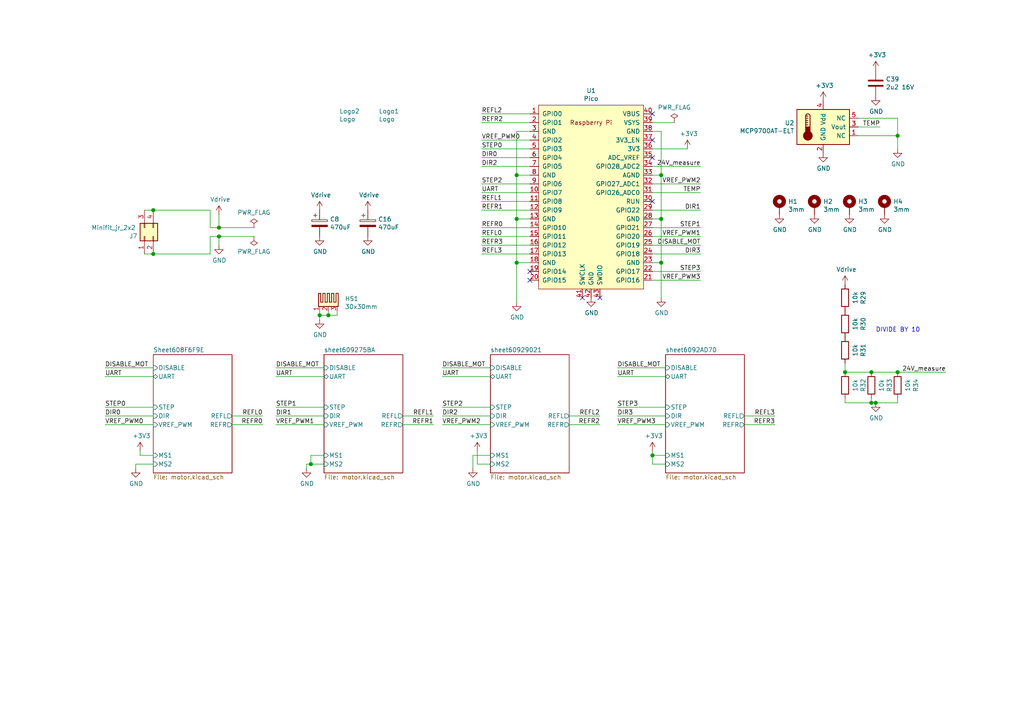
<source format=kicad_sch>
(kicad_sch (version 20210406) (generator eeschema)
  (paper "A4")
  (lib_symbols
    (symbol "Connector_Generic:Conn_02x02_Top_Bottom" (pin_names (offset 1.016) hide)
      (property "Reference" "J" (at 1.27 2.54 0))
      (property "Value" "Conn_02x02_Top_Bottom" (at 1.27 -5.08 0))
      (symbol "Conn_02x02_Top_Bottom_1_1"
        (rectangle (start -1.27 -2.413) (end 0 -2.667) (stroke (width 0.1524)))
        (rectangle (start -1.27 0.127) (end 0 -0.127) (stroke (width 0.1524)))
        (rectangle (start 3.81 -2.413) (end 2.54 -2.667) (stroke (width 0.1524)))
        (rectangle (start 3.81 0.127) (end 2.54 -0.127) (stroke (width 0.1524)))
        (rectangle (start -1.27 1.27) (end 3.81 -3.81) (stroke (width 0.254)) (fill (type background)))
        (pin passive line (at -5.08 0 0) (length 3.81) (name "Pin_1") (number "1"))
        (pin passive line (at -5.08 -2.54 0) (length 3.81) (name "Pin_2") (number "2"))
        (pin passive line (at 7.62 0 180) (length 3.81) (name "Pin_3") (number "3"))
        (pin passive line (at 7.62 -2.54 180) (length 3.81) (name "Pin_4") (number "4"))
      )
    )
    (symbol "Device:C" (pin_numbers hide) (pin_names (offset 0.254))
      (property "Reference" "C" (at 0.635 2.54 0))
      (property "Value" "C" (at 0.635 -2.54 0))
      (symbol "C_0_1"
        (polyline (pts (xy -2.032 -0.762) (xy 2.032 -0.762)) (stroke (width 0.508)))
        (polyline (pts (xy -2.032 0.762) (xy 2.032 0.762)) (stroke (width 0.508)))
      )
      (symbol "C_1_1"
        (pin passive line (at 0 3.81 270) (length 2.794) (name "~") (number "1"))
        (pin passive line (at 0 -3.81 90) (length 2.794) (name "~") (number "2"))
      )
    )
    (symbol "Device:CP" (pin_numbers hide) (pin_names (offset 0.254))
      (property "Reference" "C" (at 0.635 2.54 0))
      (property "Value" "CP" (at 0.635 -2.54 0))
      (symbol "CP_0_1"
        (rectangle (start -2.286 0.508) (end 2.286 1.016))
        (rectangle (start 2.286 -0.508) (end -2.286 -1.016) (fill (type outline)))
        (polyline (pts (xy -1.778 2.286) (xy -0.762 2.286)))
        (polyline (pts (xy -1.27 2.794) (xy -1.27 1.778)))
      )
      (symbol "CP_1_1"
        (pin passive line (at 0 3.81 270) (length 2.794) (name "~") (number "1"))
        (pin passive line (at 0 -3.81 90) (length 2.794) (name "~") (number "2"))
      )
    )
    (symbol "Device:R" (pin_numbers hide) (pin_names (offset 0))
      (property "Reference" "R" (at 2.032 0 90))
      (property "Value" "R" (at 0 0 90))
      (symbol "R_0_1"
        (rectangle (start -1.016 -2.54) (end 1.016 2.54) (stroke (width 0.254)))
      )
      (symbol "R_1_1"
        (pin passive line (at 0 3.81 270) (length 1.27) (name "~") (number "1"))
        (pin passive line (at 0 -3.81 90) (length 1.27) (name "~") (number "2"))
      )
    )
    (symbol "MCU_RaspberryPi_and_Boards:Pico" (pin_names (offset 1.016))
      (property "Reference" "U" (at -13.97 27.94 0))
      (property "Value" "Pico" (at 0 19.05 0))
      (symbol "Pico_0_0"
        (text "Raspberry Pi" (at 0 21.59 0) (effects (font (size 1.27 1.27))))
      )
      (symbol "Pico_0_1"
        (rectangle (start -15.24 26.67) (end 15.24 -26.67) (fill (type background)))
      )
      (symbol "Pico_1_1"
        (pin bidirectional line (at -17.78 24.13 0) (length 2.54) (name "GPIO0") (number "1"))
        (pin bidirectional line (at -17.78 1.27 0) (length 2.54) (name "GPIO7") (number "10"))
        (pin bidirectional line (at -17.78 -1.27 0) (length 2.54) (name "GPIO8") (number "11"))
        (pin bidirectional line (at -17.78 -3.81 0) (length 2.54) (name "GPIO9") (number "12"))
        (pin power_in line (at -17.78 -6.35 0) (length 2.54) (name "GND") (number "13"))
        (pin bidirectional line (at -17.78 -8.89 0) (length 2.54) (name "GPIO10") (number "14"))
        (pin bidirectional line (at -17.78 -11.43 0) (length 2.54) (name "GPIO11") (number "15"))
        (pin bidirectional line (at -17.78 -13.97 0) (length 2.54) (name "GPIO12") (number "16"))
        (pin bidirectional line (at -17.78 -16.51 0) (length 2.54) (name "GPIO13") (number "17"))
        (pin power_in line (at -17.78 -19.05 0) (length 2.54) (name "GND") (number "18"))
        (pin bidirectional line (at -17.78 -21.59 0) (length 2.54) (name "GPIO14") (number "19"))
        (pin bidirectional line (at -17.78 21.59 0) (length 2.54) (name "GPIO1") (number "2"))
        (pin bidirectional line (at -17.78 -24.13 0) (length 2.54) (name "GPIO15") (number "20"))
        (pin bidirectional line (at 17.78 -24.13 180) (length 2.54) (name "GPIO16") (number "21"))
        (pin bidirectional line (at 17.78 -21.59 180) (length 2.54) (name "GPIO17") (number "22"))
        (pin power_in line (at 17.78 -19.05 180) (length 2.54) (name "GND") (number "23"))
        (pin bidirectional line (at 17.78 -16.51 180) (length 2.54) (name "GPIO18") (number "24"))
        (pin bidirectional line (at 17.78 -13.97 180) (length 2.54) (name "GPIO19") (number "25"))
        (pin bidirectional line (at 17.78 -11.43 180) (length 2.54) (name "GPIO20") (number "26"))
        (pin bidirectional line (at 17.78 -8.89 180) (length 2.54) (name "GPIO21") (number "27"))
        (pin power_in line (at 17.78 -6.35 180) (length 2.54) (name "GND") (number "28"))
        (pin bidirectional line (at 17.78 -3.81 180) (length 2.54) (name "GPIO22") (number "29"))
        (pin power_in line (at -17.78 19.05 0) (length 2.54) (name "GND") (number "3"))
        (pin input line (at 17.78 -1.27 180) (length 2.54) (name "RUN") (number "30"))
        (pin bidirectional line (at 17.78 1.27 180) (length 2.54) (name "GPIO26_ADC0") (number "31"))
        (pin bidirectional line (at 17.78 3.81 180) (length 2.54) (name "GPIO27_ADC1") (number "32"))
        (pin power_in line (at 17.78 6.35 180) (length 2.54) (name "AGND") (number "33"))
        (pin bidirectional line (at 17.78 8.89 180) (length 2.54) (name "GPIO28_ADC2") (number "34"))
        (pin passive line (at 17.78 11.43 180) (length 2.54) (name "ADC_VREF") (number "35"))
        (pin power_out line (at 17.78 13.97 180) (length 2.54) (name "3V3") (number "36"))
        (pin input line (at 17.78 16.51 180) (length 2.54) (name "3V3_EN") (number "37"))
        (pin power_in line (at 17.78 19.05 180) (length 2.54) (name "GND") (number "38"))
        (pin power_in line (at 17.78 21.59 180) (length 2.54) (name "VSYS") (number "39"))
        (pin bidirectional line (at -17.78 16.51 0) (length 2.54) (name "GPIO2") (number "4"))
        (pin power_out line (at 17.78 24.13 180) (length 2.54) (name "VBUS") (number "40"))
        (pin input line (at -2.54 -29.21 90) (length 2.54) (name "SWCLK") (number "41"))
        (pin power_in line (at 0 -29.21 90) (length 2.54) (name "GND") (number "42"))
        (pin bidirectional line (at 2.54 -29.21 90) (length 2.54) (name "SWDIO") (number "43"))
        (pin bidirectional line (at -17.78 13.97 0) (length 2.54) (name "GPIO3") (number "5"))
        (pin bidirectional line (at -17.78 11.43 0) (length 2.54) (name "GPIO4") (number "6"))
        (pin bidirectional line (at -17.78 8.89 0) (length 2.54) (name "GPIO5") (number "7"))
        (pin power_in line (at -17.78 6.35 0) (length 2.54) (name "GND") (number "8"))
        (pin bidirectional line (at -17.78 3.81 0) (length 2.54) (name "GPIO6") (number "9"))
      )
    )
    (symbol "Mechanical:Heatsink_Pad_3Pin" (pin_names (offset 0))
      (property "Reference" "HS" (at 0 5.715 0))
      (property "Value" "Heatsink_Pad_3Pin" (at 0 3.81 0))
      (symbol "Heatsink_Pad_3Pin_0_1"
        (polyline (pts (xy -0.3302 0) (xy -0.9652 0) (xy -0.9652 2.54) (xy -1.6002 2.54) (xy -1.6002 0) (xy -2.2352 0) (xy -2.2352 2.54) (xy -2.8702 2.54) (xy -2.8702 -1.27) (xy -0.9652 -1.27)) (stroke (width 0.254)) (fill (type background)))
        (polyline (pts (xy -0.3302 0) (xy -0.3302 2.54) (xy 0.3048 2.54) (xy 0.3048 0) (xy 0.9398 0) (xy 0.9398 2.54) (xy 1.5748 2.54) (xy 1.5748 0) (xy 2.2098 0) (xy 2.2098 2.54) (xy 2.8448 2.54) (xy 2.8448 -1.27) (xy -0.9652 -1.27)) (stroke (width 0.254)) (fill (type background)))
      )
      (symbol "Heatsink_Pad_3Pin_1_1"
        (pin passive line (at -2.54 -2.54 90) (length 1.27) (name "~") (number "1"))
        (pin passive line (at 0 -2.54 90) (length 1.27) (name "~") (number "2"))
        (pin passive line (at 2.54 -2.54 90) (length 1.27) (name "~") (number "3"))
      )
    )
    (symbol "Mechanical:MountingHole_Pad" (pin_numbers hide) (pin_names (offset 1.016) hide)
      (property "Reference" "H" (at 0 6.35 0))
      (property "Value" "MountingHole_Pad" (at 0 4.445 0))
      (symbol "MountingHole_Pad_0_1"
        (circle (center 0 1.27) (radius 1.27) (stroke (width 1.27)))
      )
      (symbol "MountingHole_Pad_1_1"
        (pin input line (at 0 -2.54 90) (length 2.54) (name "1") (number "1"))
      )
    )
    (symbol "library:MCP9700AT-ELT" (pin_names (offset 1.016))
      (property "Reference" "U" (at -6.35 6.35 0))
      (property "Value" "MCP9700AT-ELT" (at 1.27 6.35 0))
      (symbol "MCP9700AT-ELT_0_1"
        (arc (start -3.81 3.175) (end -5.08 3.175) (radius (at -4.445 3.175) (length 0.635) (angles 0.1 179.9)) (stroke (width 0.254)))
        (circle (center -4.445 -2.54) (radius 1.27) (stroke (width 0.254)) (fill (type outline)))
        (rectangle (start -3.81 -1.905) (end -5.08 0) (stroke (width 0.254)) (fill (type outline)))
        (rectangle (start -7.62 5.08) (end 7.62 -5.08) (stroke (width 0.254)) (fill (type background)))
        (polyline (pts (xy -5.08 0.635) (xy -4.445 0.635)) (stroke (width 0.254)))
        (polyline (pts (xy -5.08 1.27) (xy -4.445 1.27)) (stroke (width 0.254)))
        (polyline (pts (xy -5.08 1.905) (xy -4.445 1.905)) (stroke (width 0.254)))
        (polyline (pts (xy -5.08 2.54) (xy -4.445 2.54)) (stroke (width 0.254)))
        (polyline (pts (xy -5.08 3.175) (xy -5.08 0)) (stroke (width 0.254)))
        (polyline (pts (xy -5.08 3.175) (xy -4.445 3.175)) (stroke (width 0.254)))
        (polyline (pts (xy -3.81 3.175) (xy -3.81 0)) (stroke (width 0.254)))
      )
      (symbol "MCP9700AT-ELT_1_1"
        (pin passive line (at 10.16 -2.54 180) (length 2.54) (name "NC") (number "1"))
        (pin power_in line (at 0 -7.62 90) (length 2.54) (name "GND") (number "2"))
        (pin output line (at 10.16 0 180) (length 2.54) (name "Vout") (number "3"))
        (pin power_in line (at 0 7.62 270) (length 2.54) (name "Vdd") (number "4"))
        (pin passive line (at 10.16 2.54 180) (length 2.54) (name "NC") (number "5"))
      )
    )
    (symbol "library_599:Logo"
      (property "Reference" "Logo" (at 0 0 0))
      (property "Value" "Logo" (at 0 0 0))
    )
    (symbol "power:+3.3V" (power) (pin_names (offset 0))
      (property "Value" "+3.3V" (at 0 3.556 0))
      (symbol "+3.3V_0_1"
        (polyline (pts (xy -0.762 1.27) (xy 0 2.54)))
        (polyline (pts (xy 0 0) (xy 0 2.54)))
        (polyline (pts (xy 0 2.54) (xy 0.762 1.27)))
      )
      (symbol "+3.3V_1_1"
        (pin power_in line (at 0 0 90) (length 0) hide (name "+3V3") (number "1"))
      )
    )
    (symbol "power:GND" (power) (pin_names (offset 0))
      (property "Value" "GND" (at 0 -3.81 0))
      (symbol "GND_0_1"
        (polyline (pts (xy 0 0) (xy 0 -1.27) (xy 1.27 -1.27) (xy 0 -2.54) (xy -1.27 -1.27) (xy 0 -1.27)))
      )
      (symbol "GND_1_1"
        (pin power_in line (at 0 0 270) (length 0) hide (name "GND") (number "1"))
      )
    )
    (symbol "power:PWR_FLAG" (power) (pin_numbers hide) (pin_names (offset 0) hide)
      (property "Value" "PWR_FLAG" (at 0 3.81 0))
      (symbol "PWR_FLAG_0_0"
        (pin power_out line (at 0 0 90) (length 0) (name "pwr") (number "1"))
      )
      (symbol "PWR_FLAG_0_1"
        (polyline (pts (xy 0 0) (xy 0 1.27) (xy -1.016 1.905) (xy 0 2.54) (xy 1.016 1.905) (xy 0 1.27)))
      )
    )
    (symbol "power:Vdrive" (power) (pin_names (offset 0))
      (property "Value" "Vdrive" (at 0 3.81 0))
      (symbol "Vdrive_0_1"
        (polyline (pts (xy -0.762 1.27) (xy 0 2.54)))
        (polyline (pts (xy 0 0) (xy 0 2.54)))
        (polyline (pts (xy 0 2.54) (xy 0.762 1.27)))
      )
      (symbol "Vdrive_1_1"
        (pin power_in line (at 0 0 90) (length 0) hide (name "Vdrive") (number "1"))
      )
    )
  )
  (junction (at 44.45 60.96) (diameter 1.016))
  (junction (at 44.45 73.66) (diameter 1.016))
  (junction (at 63.5 66.04) (diameter 1.016))
  (junction (at 63.5 68.58) (diameter 1.016))
  (junction (at 90.17 134.62) (diameter 1.016))
  (junction (at 92.71 91.44) (diameter 1.016))
  (junction (at 95.25 91.44) (diameter 1.016))
  (junction (at 149.86 50.8) (diameter 1.016))
  (junction (at 149.86 63.5) (diameter 1.016))
  (junction (at 149.86 76.2) (diameter 1.016))
  (junction (at 189.23 132.08) (diameter 1.016))
  (junction (at 191.77 50.8) (diameter 1.016))
  (junction (at 191.77 63.5) (diameter 1.016))
  (junction (at 191.77 76.2) (diameter 1.016))
  (junction (at 245.11 107.95) (diameter 1.016))
  (junction (at 252.73 107.95) (diameter 1.016))
  (junction (at 252.73 116.84) (diameter 1.016))
  (junction (at 254 116.84) (diameter 1.016))
  (junction (at 260.35 39.37) (diameter 1.016))
  (junction (at 260.35 107.95) (diameter 1.016))
  (no_connect (at 153.67 78.74))
  (no_connect (at 153.67 81.28))
  (no_connect (at 168.91 86.36))
  (no_connect (at 173.99 86.36))
  (no_connect (at 189.23 33.02))
  (no_connect (at 189.23 40.64))
  (no_connect (at 189.23 45.72))
  (no_connect (at 189.23 58.42))
  (wire (pts (xy 39.37 134.62) (xy 39.37 135.89)))
  (wire (pts (xy 40.64 130.81) (xy 40.64 132.08)))
  (wire (pts (xy 40.64 132.08) (xy 44.45 132.08)))
  (wire (pts (xy 41.91 60.96) (xy 44.45 60.96)))
  (wire (pts (xy 44.45 60.96) (xy 60.96 60.96)))
  (wire (pts (xy 44.45 73.66) (xy 41.91 73.66)))
  (wire (pts (xy 44.45 106.68) (xy 30.48 106.68)))
  (wire (pts (xy 44.45 109.22) (xy 30.48 109.22)))
  (wire (pts (xy 44.45 118.11) (xy 30.48 118.11)))
  (wire (pts (xy 44.45 120.65) (xy 30.48 120.65)))
  (wire (pts (xy 44.45 123.19) (xy 30.48 123.19)))
  (wire (pts (xy 44.45 134.62) (xy 39.37 134.62)))
  (wire (pts (xy 60.96 60.96) (xy 60.96 66.04)))
  (wire (pts (xy 60.96 66.04) (xy 63.5 66.04)))
  (wire (pts (xy 60.96 68.58) (xy 60.96 73.66)))
  (wire (pts (xy 60.96 68.58) (xy 63.5 68.58)))
  (wire (pts (xy 60.96 73.66) (xy 44.45 73.66)))
  (wire (pts (xy 63.5 66.04) (xy 63.5 62.23)))
  (wire (pts (xy 63.5 68.58) (xy 63.5 71.12)))
  (wire (pts (xy 67.31 120.65) (xy 76.2 120.65)))
  (wire (pts (xy 67.31 123.19) (xy 76.2 123.19)))
  (wire (pts (xy 73.66 66.04) (xy 63.5 66.04)))
  (wire (pts (xy 73.66 68.58) (xy 63.5 68.58)))
  (wire (pts (xy 88.9 134.62) (xy 88.9 135.89)))
  (wire (pts (xy 90.17 132.08) (xy 90.17 134.62)))
  (wire (pts (xy 90.17 132.08) (xy 93.98 132.08)))
  (wire (pts (xy 90.17 134.62) (xy 88.9 134.62)))
  (wire (pts (xy 92.71 90.17) (xy 92.71 91.44)))
  (wire (pts (xy 92.71 91.44) (xy 92.71 92.71)))
  (wire (pts (xy 92.71 91.44) (xy 95.25 91.44)))
  (wire (pts (xy 93.98 106.68) (xy 80.01 106.68)))
  (wire (pts (xy 93.98 109.22) (xy 80.01 109.22)))
  (wire (pts (xy 93.98 118.11) (xy 80.01 118.11)))
  (wire (pts (xy 93.98 120.65) (xy 80.01 120.65)))
  (wire (pts (xy 93.98 123.19) (xy 80.01 123.19)))
  (wire (pts (xy 93.98 134.62) (xy 90.17 134.62)))
  (wire (pts (xy 95.25 90.17) (xy 95.25 91.44)))
  (wire (pts (xy 95.25 91.44) (xy 97.79 91.44)))
  (wire (pts (xy 97.79 91.44) (xy 97.79 90.17)))
  (wire (pts (xy 116.84 120.65) (xy 125.73 120.65)))
  (wire (pts (xy 116.84 123.19) (xy 125.73 123.19)))
  (wire (pts (xy 137.16 132.08) (xy 137.16 135.89)))
  (wire (pts (xy 138.43 130.81) (xy 138.43 134.62)))
  (wire (pts (xy 138.43 134.62) (xy 142.24 134.62)))
  (wire (pts (xy 142.24 106.68) (xy 128.27 106.68)))
  (wire (pts (xy 142.24 109.22) (xy 128.27 109.22)))
  (wire (pts (xy 142.24 118.11) (xy 128.27 118.11)))
  (wire (pts (xy 142.24 120.65) (xy 128.27 120.65)))
  (wire (pts (xy 142.24 123.19) (xy 128.27 123.19)))
  (wire (pts (xy 142.24 132.08) (xy 137.16 132.08)))
  (wire (pts (xy 149.86 38.1) (xy 149.86 50.8)))
  (wire (pts (xy 149.86 50.8) (xy 149.86 63.5)))
  (wire (pts (xy 149.86 63.5) (xy 149.86 76.2)))
  (wire (pts (xy 149.86 76.2) (xy 149.86 87.63)))
  (wire (pts (xy 153.67 33.02) (xy 139.7 33.02)))
  (wire (pts (xy 153.67 35.56) (xy 139.7 35.56)))
  (wire (pts (xy 153.67 38.1) (xy 149.86 38.1)))
  (wire (pts (xy 153.67 40.64) (xy 139.7 40.64)))
  (wire (pts (xy 153.67 43.18) (xy 139.7 43.18)))
  (wire (pts (xy 153.67 45.72) (xy 139.7 45.72)))
  (wire (pts (xy 153.67 48.26) (xy 139.7 48.26)))
  (wire (pts (xy 153.67 50.8) (xy 149.86 50.8)))
  (wire (pts (xy 153.67 53.34) (xy 139.7 53.34)))
  (wire (pts (xy 153.67 55.88) (xy 139.7 55.88)))
  (wire (pts (xy 153.67 58.42) (xy 139.7 58.42)))
  (wire (pts (xy 153.67 60.96) (xy 139.7 60.96)))
  (wire (pts (xy 153.67 63.5) (xy 149.86 63.5)))
  (wire (pts (xy 153.67 66.04) (xy 139.7 66.04)))
  (wire (pts (xy 153.67 68.58) (xy 139.7 68.58)))
  (wire (pts (xy 153.67 71.12) (xy 139.7 71.12)))
  (wire (pts (xy 153.67 73.66) (xy 139.7 73.66)))
  (wire (pts (xy 153.67 76.2) (xy 149.86 76.2)))
  (wire (pts (xy 165.1 120.65) (xy 173.99 120.65)))
  (wire (pts (xy 165.1 123.19) (xy 173.99 123.19)))
  (wire (pts (xy 189.23 38.1) (xy 191.77 38.1)))
  (wire (pts (xy 189.23 43.18) (xy 199.39 43.18)))
  (wire (pts (xy 189.23 48.26) (xy 203.2 48.26)))
  (wire (pts (xy 189.23 50.8) (xy 191.77 50.8)))
  (wire (pts (xy 189.23 53.34) (xy 203.2 53.34)))
  (wire (pts (xy 189.23 55.88) (xy 203.2 55.88)))
  (wire (pts (xy 189.23 60.96) (xy 203.2 60.96)))
  (wire (pts (xy 189.23 63.5) (xy 191.77 63.5)))
  (wire (pts (xy 189.23 66.04) (xy 203.2 66.04)))
  (wire (pts (xy 189.23 68.58) (xy 203.2 68.58)))
  (wire (pts (xy 189.23 71.12) (xy 203.2 71.12)))
  (wire (pts (xy 189.23 73.66) (xy 203.2 73.66)))
  (wire (pts (xy 189.23 76.2) (xy 191.77 76.2)))
  (wire (pts (xy 189.23 78.74) (xy 203.2 78.74)))
  (wire (pts (xy 189.23 81.28) (xy 203.2 81.28)))
  (wire (pts (xy 189.23 130.81) (xy 189.23 132.08)))
  (wire (pts (xy 189.23 132.08) (xy 189.23 134.62)))
  (wire (pts (xy 189.23 132.08) (xy 193.04 132.08)))
  (wire (pts (xy 189.23 134.62) (xy 193.04 134.62)))
  (wire (pts (xy 191.77 38.1) (xy 191.77 50.8)))
  (wire (pts (xy 191.77 50.8) (xy 191.77 63.5)))
  (wire (pts (xy 191.77 63.5) (xy 191.77 76.2)))
  (wire (pts (xy 191.77 76.2) (xy 191.77 86.36)))
  (wire (pts (xy 193.04 106.68) (xy 179.07 106.68)))
  (wire (pts (xy 193.04 109.22) (xy 179.07 109.22)))
  (wire (pts (xy 193.04 118.11) (xy 179.07 118.11)))
  (wire (pts (xy 193.04 120.65) (xy 179.07 120.65)))
  (wire (pts (xy 193.04 123.19) (xy 179.07 123.19)))
  (wire (pts (xy 195.58 35.56) (xy 189.23 35.56)))
  (wire (pts (xy 215.9 120.65) (xy 224.79 120.65)))
  (wire (pts (xy 215.9 123.19) (xy 224.79 123.19)))
  (wire (pts (xy 245.11 107.95) (xy 245.11 105.41)))
  (wire (pts (xy 245.11 116.84) (xy 245.11 115.57)))
  (wire (pts (xy 248.92 34.29) (xy 260.35 34.29)))
  (wire (pts (xy 248.92 36.83) (xy 255.27 36.83)))
  (wire (pts (xy 248.92 39.37) (xy 260.35 39.37)))
  (wire (pts (xy 252.73 107.95) (xy 245.11 107.95)))
  (wire (pts (xy 252.73 115.57) (xy 252.73 116.84)))
  (wire (pts (xy 252.73 116.84) (xy 245.11 116.84)))
  (wire (pts (xy 254 116.84) (xy 252.73 116.84)))
  (wire (pts (xy 254 116.84) (xy 260.35 116.84)))
  (wire (pts (xy 260.35 34.29) (xy 260.35 39.37)))
  (wire (pts (xy 260.35 39.37) (xy 260.35 43.18)))
  (wire (pts (xy 260.35 107.95) (xy 252.73 107.95)))
  (wire (pts (xy 260.35 107.95) (xy 274.32 107.95)))
  (wire (pts (xy 260.35 116.84) (xy 260.35 115.57)))
  (text "DIVIDE BY 10" (at 254 96.52 0) (effects (font (size 1.27 1.27)) (justify left bottom)))
  (label "DISABLE_MOT" (at 30.48 106.68 0))
  (label "UART" (at 30.48 109.22 0))
  (label "STEP0" (at 30.48 118.11 0))
  (label "DIR0" (at 30.48 120.65 0))
  (label "VREF_PWM0" (at 30.48 123.19 0))
  (label "REFL0" (at 76.2 120.65 180))
  (label "REFR0" (at 76.2 123.19 180))
  (label "DISABLE_MOT" (at 80.01 106.68 0))
  (label "UART" (at 80.01 109.22 0))
  (label "STEP1" (at 80.01 118.11 0))
  (label "DIR1" (at 80.01 120.65 0))
  (label "VREF_PWM1" (at 80.01 123.19 0))
  (label "REFL1" (at 125.73 120.65 180))
  (label "REFR1" (at 125.73 123.19 180))
  (label "DISABLE_MOT" (at 128.27 106.68 0))
  (label "UART" (at 128.27 109.22 0))
  (label "STEP2" (at 128.27 118.11 0))
  (label "DIR2" (at 128.27 120.65 0))
  (label "VREF_PWM2" (at 128.27 123.19 0))
  (label "REFL2" (at 139.7 33.02 0))
  (label "REFR2" (at 139.7 35.56 0))
  (label "VREF_PWM0" (at 139.7 40.64 0))
  (label "STEP0" (at 139.7 43.18 0))
  (label "DIR0" (at 139.7 45.72 0))
  (label "DIR2" (at 139.7 48.26 0))
  (label "STEP2" (at 139.7 53.34 0))
  (label "UART" (at 139.7 55.88 0))
  (label "REFL1" (at 139.7 58.42 0))
  (label "REFR1" (at 139.7 60.96 0))
  (label "REFR0" (at 139.7 66.04 0))
  (label "REFL0" (at 139.7 68.58 0))
  (label "REFR3" (at 139.7 71.12 0))
  (label "REFL3" (at 139.7 73.66 0))
  (label "REFL2" (at 173.99 120.65 180))
  (label "REFR2" (at 173.99 123.19 180))
  (label "DISABLE_MOT" (at 179.07 106.68 0))
  (label "UART" (at 179.07 109.22 0))
  (label "STEP3" (at 179.07 118.11 0))
  (label "DIR3" (at 179.07 120.65 0))
  (label "VREF_PWM3" (at 179.07 123.19 0))
  (label "24V_measure" (at 203.2 48.26 180))
  (label "VREF_PWM2" (at 203.2 53.34 180))
  (label "TEMP" (at 203.2 55.88 180))
  (label "DIR1" (at 203.2 60.96 180))
  (label "STEP1" (at 203.2 66.04 180))
  (label "VREF_PWM1" (at 203.2 68.58 180))
  (label "DISABLE_MOT" (at 203.2 71.12 180))
  (label "DIR3" (at 203.2 73.66 180))
  (label "STEP3" (at 203.2 78.74 180))
  (label "VREF_PWM3" (at 203.2 81.28 180))
  (label "REFL3" (at 224.79 120.65 180))
  (label "REFR3" (at 224.79 123.19 180))
  (label "TEMP" (at 255.27 36.83 180))
  (label "24V_measure" (at 274.32 107.95 180))
  (symbol (lib_id "library_599:Logo") (at 97.79 33.02 0) (unit 1)
    (property "Reference" "Logo2" (at 98.425 32.2591 0) (effects (justify left)))
    (property "Value" "Logo" (at 98.425 34.5578 0) (effects (justify left)))
    (property "Footprint" "esthetique:Logo All Layers 42x13" (effects hide))
  )
  (symbol (lib_id "library_599:Logo") (at 109.22 33.02 0) (unit 1)
    (property "Reference" "Logo1" (at 109.855 32.2591 0) (effects (justify left)))
    (property "Value" "Logo" (at 109.855 34.5578 0) (effects (justify left)))
    (property "Footprint" "esthetique:Logo Silkscreen 40x9" (effects hide))
  )
  (symbol (lib_id "power:+3.3V") (at 40.64 130.81 0) (unit 1)
    (property "Reference" "#PWR0101" (effects hide))
    (property "Value" "+3.3V" (at 41.021 126.4158 0))
  )
  (symbol (lib_id "power:Vdrive") (at 63.5 62.23 0) (unit 1)
    (property "Reference" "#PWR0204" (effects hide))
    (property "Value" "Vdrive" (at 63.881 57.8358 0))
  )
  (symbol (lib_id "power:Vdrive") (at 92.71 60.96 0) (unit 1)
    (property "Reference" "#PWR0117" (effects hide))
    (property "Value" "Vdrive" (at 93.091 56.5658 0))
  )
  (symbol (lib_id "power:Vdrive") (at 106.68 60.96 0) (unit 1)
    (property "Reference" "#PWR0144" (effects hide))
    (property "Value" "Vdrive" (at 107.061 56.5658 0))
  )
  (symbol (lib_id "power:+3.3V") (at 138.43 130.81 0) (unit 1)
    (property "Reference" "#PWR0127" (effects hide))
    (property "Value" "+3.3V" (at 138.811 126.4158 0))
  )
  (symbol (lib_id "power:+3.3V") (at 189.23 130.81 0) (unit 1)
    (property "Reference" "#PWR0129" (effects hide))
    (property "Value" "+3.3V" (at 189.611 126.4158 0))
  )
  (symbol (lib_id "power:+3.3V") (at 199.39 43.18 0) (unit 1)
    (property "Reference" "#PWR0202" (effects hide))
    (property "Value" "+3.3V" (at 199.771 38.7858 0))
  )
  (symbol (lib_id "power:+3.3V") (at 238.76 29.21 0) (unit 1)
    (property "Reference" "#PWR0222" (effects hide))
    (property "Value" "+3.3V" (at 239.141 24.8158 0))
  )
  (symbol (lib_id "power:Vdrive") (at 245.11 82.55 0) (unit 1)
    (property "Reference" "#PWR0228" (effects hide))
    (property "Value" "Vdrive" (at 245.491 78.1558 0))
  )
  (symbol (lib_id "power:+3.3V") (at 254 20.32 0) (unit 1)
    (property "Reference" "#PWR0225" (effects hide))
    (property "Value" "+3.3V" (at 254.381 15.9258 0))
  )
  (symbol (lib_id "power:PWR_FLAG") (at 73.66 66.04 0) (unit 1)
    (property "Reference" "#FLG0102" (effects hide))
    (property "Value" "PWR_FLAG" (at 73.66 61.6458 0))
  )
  (symbol (lib_id "power:PWR_FLAG") (at 73.66 68.58 180) (unit 1)
    (property "Reference" "#FLG0103" (effects hide))
    (property "Value" "PWR_FLAG" (at 73.66 72.9742 0))
  )
  (symbol (lib_id "power:PWR_FLAG") (at 195.58 35.56 0) (unit 1)
    (property "Reference" "#FLG0101" (effects hide))
    (property "Value" "PWR_FLAG" (at 195.58 31.1658 0))
  )
  (symbol (lib_id "power:GND") (at 39.37 135.89 0) (unit 1)
    (property "Reference" "#PWR0126" (effects hide))
    (property "Value" "GND" (at 39.497 140.2842 0))
  )
  (symbol (lib_id "power:GND") (at 63.5 71.12 0) (unit 1)
    (property "Reference" "#PWR0203" (effects hide))
    (property "Value" "GND" (at 63.627 75.5142 0))
  )
  (symbol (lib_id "power:GND") (at 88.9 135.89 0) (unit 1)
    (property "Reference" "#PWR0102" (effects hide))
    (property "Value" "GND" (at 89.027 140.2842 0))
  )
  (symbol (lib_id "power:GND") (at 92.71 68.58 0) (unit 1)
    (property "Reference" "#PWR0118" (effects hide))
    (property "Value" "GND" (at 92.837 72.9742 0))
  )
  (symbol (lib_id "power:GND") (at 92.71 92.71 0) (unit 1)
    (property "Reference" "#PWR0205" (effects hide))
    (property "Value" "GND" (at 92.837 97.1042 0))
  )
  (symbol (lib_id "power:GND") (at 106.68 68.58 0) (unit 1)
    (property "Reference" "#PWR0145" (effects hide))
    (property "Value" "GND" (at 106.807 72.9742 0))
  )
  (symbol (lib_id "power:GND") (at 137.16 135.89 0) (unit 1)
    (property "Reference" "#PWR0128" (effects hide))
    (property "Value" "GND" (at 137.287 140.2842 0))
  )
  (symbol (lib_id "power:GND") (at 149.86 87.63 0) (unit 1)
    (property "Reference" "#PWR0201" (effects hide))
    (property "Value" "GND" (at 149.987 92.0242 0))
  )
  (symbol (lib_id "power:GND") (at 171.45 86.36 0) (unit 1)
    (property "Reference" "#PWR0199" (effects hide))
    (property "Value" "GND" (at 171.577 90.7542 0))
  )
  (symbol (lib_id "power:GND") (at 191.77 86.36 0) (unit 1)
    (property "Reference" "#PWR0200" (effects hide))
    (property "Value" "GND" (at 191.897 90.7542 0))
  )
  (symbol (lib_id "power:GND") (at 226.06 62.23 0) (unit 1)
    (property "Reference" "#PWR0167" (effects hide))
    (property "Value" "GND" (at 226.187 66.6242 0))
  )
  (symbol (lib_id "power:GND") (at 236.22 62.23 0) (unit 1)
    (property "Reference" "#PWR0168" (effects hide))
    (property "Value" "GND" (at 236.347 66.6242 0))
  )
  (symbol (lib_id "power:GND") (at 238.76 44.45 0) (unit 1)
    (property "Reference" "#PWR0223" (effects hide))
    (property "Value" "GND" (at 238.887 48.8442 0))
  )
  (symbol (lib_id "power:GND") (at 246.38 62.23 0) (unit 1)
    (property "Reference" "#PWR0190" (effects hide))
    (property "Value" "GND" (at 246.507 66.6242 0))
  )
  (symbol (lib_id "power:GND") (at 254 27.94 0) (unit 1)
    (property "Reference" "#PWR0226" (effects hide))
    (property "Value" "GND" (at 254.127 32.3342 0))
  )
  (symbol (lib_id "power:GND") (at 254 116.84 0) (unit 1)
    (property "Reference" "#PWR0227" (effects hide))
    (property "Value" "GND" (at 254.127 121.2342 0))
  )
  (symbol (lib_id "power:GND") (at 256.54 62.23 0) (unit 1)
    (property "Reference" "#PWR0191" (effects hide))
    (property "Value" "GND" (at 256.667 66.6242 0))
  )
  (symbol (lib_id "power:GND") (at 260.35 43.18 0) (unit 1)
    (property "Reference" "#PWR0224" (effects hide))
    (property "Value" "GND" (at 260.477 47.5742 0))
  )
  (symbol (lib_id "Device:R") (at 245.11 86.36 180) (unit 1)
    (property "Reference" "R29" (at 250.3678 86.36 90))
    (property "Value" "10k" (at 248.0564 86.36 90))
    (property "Footprint" "Resistor_SMD:R_0603_1608Metric" (effects hide))
  )
  (symbol (lib_id "Device:R") (at 245.11 93.98 180) (unit 1)
    (property "Reference" "R30" (at 250.3678 93.98 90))
    (property "Value" "10k" (at 248.0564 93.98 90))
    (property "Footprint" "Resistor_SMD:R_0603_1608Metric" (effects hide))
  )
  (symbol (lib_id "Device:R") (at 245.11 101.6 180) (unit 1)
    (property "Reference" "R31" (at 250.3678 101.6 90))
    (property "Value" "10k" (at 248.0564 101.6 90))
    (property "Footprint" "Resistor_SMD:R_0603_1608Metric" (effects hide))
  )
  (symbol (lib_id "Device:R") (at 245.11 111.76 180) (unit 1)
    (property "Reference" "R32" (at 250.3678 111.76 90))
    (property "Value" "10k" (at 248.0564 111.76 90))
    (property "Footprint" "Resistor_SMD:R_0603_1608Metric" (effects hide))
  )
  (symbol (lib_id "Device:R") (at 252.73 111.76 180) (unit 1)
    (property "Reference" "R33" (at 257.9878 111.76 90))
    (property "Value" "10k" (at 255.6764 111.76 90))
    (property "Footprint" "Resistor_SMD:R_0603_1608Metric" (effects hide))
  )
  (symbol (lib_id "Device:R") (at 260.35 111.76 180) (unit 1)
    (property "Reference" "R34" (at 265.6078 111.76 90))
    (property "Value" "10k" (at 263.2964 111.76 90))
    (property "Footprint" "Resistor_SMD:R_0603_1608Metric" (effects hide))
  )
  (symbol (lib_id "Mechanical:MountingHole_Pad") (at 226.06 59.69 0) (unit 1)
    (property "Reference" "H1" (at 228.6 58.4454 0) (effects (justify left)))
    (property "Value" "3mm" (at 228.6 60.7568 0) (effects (justify left)))
    (property "Footprint" "MountingHole:MountingHole_3.2mm_M3_Pad_Via" (effects hide))
  )
  (symbol (lib_id "Mechanical:MountingHole_Pad") (at 236.22 59.69 0) (unit 1)
    (property "Reference" "H2" (at 238.76 58.4454 0) (effects (justify left)))
    (property "Value" "3mm" (at 238.76 60.7568 0) (effects (justify left)))
    (property "Footprint" "MountingHole:MountingHole_3.2mm_M3_Pad_Via" (effects hide))
  )
  (symbol (lib_id "Mechanical:MountingHole_Pad") (at 246.38 59.69 0) (unit 1)
    (property "Reference" "H3" (at 248.92 58.4454 0) (effects (justify left)))
    (property "Value" "3mm" (at 248.92 60.7568 0) (effects (justify left)))
    (property "Footprint" "MountingHole:MountingHole_3.2mm_M3_Pad_Via" (effects hide))
  )
  (symbol (lib_id "Mechanical:MountingHole_Pad") (at 256.54 59.69 0) (unit 1)
    (property "Reference" "H4" (at 259.08 58.4454 0) (effects (justify left)))
    (property "Value" "3mm" (at 259.08 60.7568 0) (effects (justify left)))
    (property "Footprint" "MountingHole:MountingHole_3.2mm_M3_Pad_Via" (effects hide))
  )
  (symbol (lib_id "Mechanical:Heatsink_Pad_3Pin") (at 95.25 87.63 0) (unit 1)
    (property "Reference" "HS1" (at 100.0252 86.6394 0) (effects (justify left)))
    (property "Value" "30x30mm" (at 100.0252 88.9508 0) (effects (justify left)))
    (property "Footprint" "library:PCB_Heatsink_30x30mm_2xFixation3mm" (effects hide))
  )
  (symbol (lib_id "Device:CP") (at 92.71 64.77 0) (unit 1)
    (property "Reference" "C8" (at 95.7072 63.6016 0) (effects (justify left)))
    (property "Value" "470uF" (at 95.7072 65.913 0) (effects (justify left)))
    (property "Footprint" "Capacitor_THT:C_Radial_D10.0mm_H20.0mm_P5.00mm" (effects hide))
    (property "MPN" " ECA-1VM471 " (effects hide))
  )
  (symbol (lib_id "Device:CP") (at 106.68 64.77 0) (unit 1)
    (property "Reference" "C16" (at 109.6772 63.6016 0) (effects (justify left)))
    (property "Value" "470uF" (at 109.6772 65.913 0) (effects (justify left)))
    (property "Footprint" "Capacitor_THT:C_Radial_D10.0mm_H20.0mm_P5.00mm" (effects hide))
    (property "MPN" " ECA-1VM471 " (effects hide))
  )
  (symbol (lib_id "Device:C") (at 254 24.13 0) (unit 1)
    (property "Reference" "C39" (at 256.921 22.9616 0) (effects (justify left)))
    (property "Value" "2u2 16V" (at 256.921 25.273 0) (effects (justify left)))
    (property "Footprint" "Capacitor_SMD:C_0805_2012Metric" (effects hide))
  )
  (symbol (lib_id "Connector_Generic:Conn_02x02_Top_Bottom") (at 41.91 68.58 90) (unit 1)
    (property "Reference" "J7" (at 39.878 68.4784 90) (effects (justify left)))
    (property "Value" "Minifit_jr_2x2" (at 39.37 66.04 90) (effects (justify left)))
    (property "Footprint" "Connectors_Molex:Molex_MiniFit-JR-5556-04A_2x02x4.20mm_Straight" (effects hide))
  )
  (symbol (lib_id "library:MCP9700AT-ELT") (at 238.76 36.83 0) (unit 1)
    (property "Reference" "U2" (at 230.378 35.6616 0) (effects (justify right)))
    (property "Value" "MCP9700AT-ELT" (at 230.378 37.973 0) (effects (justify right)))
    (property "Footprint" "Package_TO_SOT_SMD:SOT-353_SC-70-5" (effects hide))
    (property "Datasheet" "http://ww1.microchip.com/downloads/en/DeviceDoc/20001942G.pdf" (effects hide))
  )
  (symbol (lib_id "MCU_RaspberryPi_and_Boards:Pico") (at 171.45 57.15 0) (unit 1)
    (property "Reference" "U1" (at 171.45 26.289 0))
    (property "Value" "Pico" (at 171.45 28.6004 0))
    (property "Footprint" "MCU_RaspberryPi_and_Boards:RPi_Pico_SMD_TH" (effects hide))
  )
  (sheet (at 44.45 102.87) (size 22.86 34.29)
    (property "Nom feuille" "Sheet608F6F9E" (at 44.45 102.2345 0) (effects (justify left bottom)))
    (property "Fichier de feuille" "motor.kicad_sch" (at 44.45 137.6685 0) (effects (justify left top)))
    (pin "DISABLE" input (at 44.45 106.68 180))
    (pin "STEP" input (at 44.45 118.11 180))
    (pin "DIR" input (at 44.45 120.65 180))
    (pin "MS1" input (at 44.45 132.08 180))
    (pin "MS2" input (at 44.45 134.62 180))
    (pin "UART" bidirectional (at 44.45 109.22 180))
    (pin "VREF_PWM" input (at 44.45 123.19 180))
    (pin "REFL" output (at 67.31 120.65 0))
    (pin "REFR" output (at 67.31 123.19 0))
  )
  (sheet (at 93.98 102.87) (size 22.86 34.29)
    (property "Nom feuille" "sheet609275BA" (at 93.98 102.2345 0) (effects (justify left bottom)))
    (property "Fichier de feuille" "motor.kicad_sch" (at 93.98 137.6685 0) (effects (justify left top)))
    (pin "DISABLE" input (at 93.98 106.68 180))
    (pin "STEP" input (at 93.98 118.11 180))
    (pin "DIR" input (at 93.98 120.65 180))
    (pin "MS1" input (at 93.98 132.08 180))
    (pin "MS2" input (at 93.98 134.62 180))
    (pin "UART" bidirectional (at 93.98 109.22 180))
    (pin "VREF_PWM" input (at 93.98 123.19 180))
    (pin "REFL" output (at 116.84 120.65 0))
    (pin "REFR" output (at 116.84 123.19 0))
  )
  (sheet (at 142.24 102.87) (size 22.86 34.29)
    (property "Nom feuille" "sheet60929021" (at 142.24 102.2345 0) (effects (justify left bottom)))
    (property "Fichier de feuille" "motor.kicad_sch" (at 142.24 137.6685 0) (effects (justify left top)))
    (pin "DISABLE" input (at 142.24 106.68 180))
    (pin "STEP" input (at 142.24 118.11 180))
    (pin "DIR" input (at 142.24 120.65 180))
    (pin "MS1" input (at 142.24 132.08 180))
    (pin "MS2" input (at 142.24 134.62 180))
    (pin "UART" bidirectional (at 142.24 109.22 180))
    (pin "VREF_PWM" input (at 142.24 123.19 180))
    (pin "REFL" output (at 165.1 120.65 0))
    (pin "REFR" output (at 165.1 123.19 0))
  )
  (sheet (at 193.04 102.87) (size 22.86 34.29)
    (property "Nom feuille" "sheet6092AD70" (at 193.04 102.2345 0) (effects (justify left bottom)))
    (property "Fichier de feuille" "motor.kicad_sch" (at 193.04 137.6685 0) (effects (justify left top)))
    (pin "DISABLE" input (at 193.04 106.68 180))
    (pin "STEP" input (at 193.04 118.11 180))
    (pin "DIR" input (at 193.04 120.65 180))
    (pin "MS1" input (at 193.04 132.08 180))
    (pin "MS2" input (at 193.04 134.62 180))
    (pin "UART" bidirectional (at 193.04 109.22 180))
    (pin "VREF_PWM" input (at 193.04 123.19 180))
    (pin "REFL" output (at 215.9 120.65 0))
    (pin "REFR" output (at 215.9 123.19 0))
  )
)
</source>
